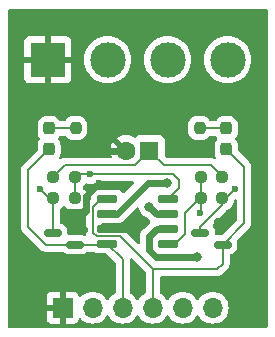
<source format=gtl>
G04 #@! TF.GenerationSoftware,KiCad,Pcbnew,7.0.10-7.0.10~ubuntu22.04.1*
G04 #@! TF.CreationDate,2024-01-16T23:48:01+08:00*
G04 #@! TF.ProjectId,EL_oscillator,454c5f6f-7363-4696-9c6c-61746f722e6b,rev?*
G04 #@! TF.SameCoordinates,Original*
G04 #@! TF.FileFunction,Copper,L1,Top*
G04 #@! TF.FilePolarity,Positive*
%FSLAX46Y46*%
G04 Gerber Fmt 4.6, Leading zero omitted, Abs format (unit mm)*
G04 Created by KiCad (PCBNEW 7.0.10-7.0.10~ubuntu22.04.1) date 2024-01-16 23:48:01*
%MOMM*%
%LPD*%
G01*
G04 APERTURE LIST*
G04 Aperture macros list*
%AMRoundRect*
0 Rectangle with rounded corners*
0 $1 Rounding radius*
0 $2 $3 $4 $5 $6 $7 $8 $9 X,Y pos of 4 corners*
0 Add a 4 corners polygon primitive as box body*
4,1,4,$2,$3,$4,$5,$6,$7,$8,$9,$2,$3,0*
0 Add four circle primitives for the rounded corners*
1,1,$1+$1,$2,$3*
1,1,$1+$1,$4,$5*
1,1,$1+$1,$6,$7*
1,1,$1+$1,$8,$9*
0 Add four rect primitives between the rounded corners*
20,1,$1+$1,$2,$3,$4,$5,0*
20,1,$1+$1,$4,$5,$6,$7,0*
20,1,$1+$1,$6,$7,$8,$9,0*
20,1,$1+$1,$8,$9,$2,$3,0*%
G04 Aperture macros list end*
G04 #@! TA.AperFunction,SMDPad,CuDef*
%ADD10RoundRect,0.237500X-0.250000X-0.237500X0.250000X-0.237500X0.250000X0.237500X-0.250000X0.237500X0*%
G04 #@! TD*
G04 #@! TA.AperFunction,SMDPad,CuDef*
%ADD11RoundRect,0.237500X-0.237500X0.287500X-0.237500X-0.287500X0.237500X-0.287500X0.237500X0.287500X0*%
G04 #@! TD*
G04 #@! TA.AperFunction,ComponentPad*
%ADD12R,1.700000X1.700000*%
G04 #@! TD*
G04 #@! TA.AperFunction,ComponentPad*
%ADD13O,1.700000X1.700000*%
G04 #@! TD*
G04 #@! TA.AperFunction,SMDPad,CuDef*
%ADD14RoundRect,0.150000X0.587500X0.150000X-0.587500X0.150000X-0.587500X-0.150000X0.587500X-0.150000X0*%
G04 #@! TD*
G04 #@! TA.AperFunction,ComponentPad*
%ADD15R,1.600000X1.600000*%
G04 #@! TD*
G04 #@! TA.AperFunction,ComponentPad*
%ADD16C,1.600000*%
G04 #@! TD*
G04 #@! TA.AperFunction,ComponentPad*
%ADD17R,3.000000X3.000000*%
G04 #@! TD*
G04 #@! TA.AperFunction,ComponentPad*
%ADD18C,3.000000*%
G04 #@! TD*
G04 #@! TA.AperFunction,SMDPad,CuDef*
%ADD19RoundRect,0.237500X-0.237500X0.250000X-0.237500X-0.250000X0.237500X-0.250000X0.237500X0.250000X0*%
G04 #@! TD*
G04 #@! TA.AperFunction,SMDPad,CuDef*
%ADD20RoundRect,0.237500X0.250000X0.237500X-0.250000X0.237500X-0.250000X-0.237500X0.250000X-0.237500X0*%
G04 #@! TD*
G04 #@! TA.AperFunction,SMDPad,CuDef*
%ADD21RoundRect,0.150000X-0.725000X-0.150000X0.725000X-0.150000X0.725000X0.150000X-0.725000X0.150000X0*%
G04 #@! TD*
G04 #@! TA.AperFunction,ViaPad*
%ADD22C,0.600000*%
G04 #@! TD*
G04 #@! TA.AperFunction,ViaPad*
%ADD23C,0.800000*%
G04 #@! TD*
G04 #@! TA.AperFunction,Conductor*
%ADD24C,0.200000*%
G04 #@! TD*
G04 #@! TA.AperFunction,Conductor*
%ADD25C,0.600000*%
G04 #@! TD*
G04 APERTURE END LIST*
D10*
X103837500Y-114250000D03*
X105662500Y-114250000D03*
D11*
X118500000Y-110125000D03*
X118500000Y-111875000D03*
D12*
X104650000Y-125300000D03*
D13*
X107190000Y-125300000D03*
X109730000Y-125300000D03*
X112270000Y-125300000D03*
X114810000Y-125300000D03*
X117350000Y-125300000D03*
D10*
X116337500Y-116000000D03*
X118162500Y-116000000D03*
D14*
X105687500Y-119950000D03*
X105687500Y-118050000D03*
X103812500Y-119000000D03*
D15*
X112000000Y-112000000D03*
D16*
X110000000Y-112000000D03*
D17*
X103380000Y-104300000D03*
D18*
X108460000Y-104300000D03*
X113540000Y-104300000D03*
X118620000Y-104300000D03*
D19*
X116250000Y-110087500D03*
X116250000Y-111912500D03*
D11*
X103500000Y-110125000D03*
X103500000Y-111875000D03*
D14*
X118187500Y-119950000D03*
X118187500Y-118050000D03*
X116312500Y-119000000D03*
D20*
X105662500Y-116000000D03*
X103837500Y-116000000D03*
D21*
X108425000Y-116095000D03*
X108425000Y-117365000D03*
X108425000Y-118635000D03*
X108425000Y-119905000D03*
X113575000Y-119905000D03*
X113575000Y-118635000D03*
X113575000Y-117365000D03*
X113575000Y-116095000D03*
D20*
X118162500Y-114250000D03*
X116337500Y-114250000D03*
D19*
X105750000Y-110087500D03*
X105750000Y-111912500D03*
D22*
X118750000Y-117250000D03*
D23*
X110500000Y-118500000D03*
D22*
X113500000Y-123500000D03*
X102000000Y-120250000D03*
X101500000Y-112000000D03*
X116000000Y-123500000D03*
D23*
X110250000Y-108500000D03*
D22*
X107750000Y-114750000D03*
X106500000Y-118750000D03*
X120000000Y-120500000D03*
X111250000Y-123500000D03*
D23*
X116750000Y-108500000D03*
D22*
X104750000Y-117250000D03*
X120250000Y-112000000D03*
D23*
X112000000Y-116750000D03*
X113500000Y-114750000D03*
X116000000Y-121000000D03*
D22*
X102750000Y-115250000D03*
X119250000Y-115250000D03*
X107000000Y-114000000D03*
X116250000Y-117250000D03*
D24*
X103500000Y-110125000D02*
X105712500Y-110125000D01*
X105712500Y-110125000D02*
X105750000Y-110087500D01*
X108380000Y-119950000D02*
X108425000Y-119905000D01*
X101750000Y-118500000D02*
X101750000Y-113625000D01*
X109730000Y-121210000D02*
X109730000Y-125300000D01*
X105687500Y-119950000D02*
X108380000Y-119950000D01*
X105687500Y-119950000D02*
X103200000Y-119950000D01*
X108425000Y-119905000D02*
X109730000Y-121210000D01*
X101750000Y-113625000D02*
X103500000Y-111875000D01*
X103200000Y-119950000D02*
X101750000Y-118500000D01*
X118500000Y-110125000D02*
X116287500Y-110125000D01*
X116287500Y-110125000D02*
X116250000Y-110087500D01*
X118187500Y-121562500D02*
X117730000Y-122020000D01*
X117730000Y-122020000D02*
X112270000Y-122020000D01*
X120000000Y-113375000D02*
X118500000Y-111875000D01*
X118187500Y-119950000D02*
X118187500Y-121562500D01*
X108425000Y-116095000D02*
X107905000Y-116095000D01*
X120000000Y-118137500D02*
X120000000Y-113375000D01*
X112270000Y-122020000D02*
X112270000Y-125300000D01*
X107524448Y-119250000D02*
X109500000Y-119250000D01*
X109500000Y-119250000D02*
X112270000Y-122020000D01*
X107250000Y-116750000D02*
X107250000Y-118975552D01*
X107250000Y-118975552D02*
X107524448Y-119250000D01*
X107905000Y-116095000D02*
X107250000Y-116750000D01*
X118187500Y-119950000D02*
X120000000Y-118137500D01*
D25*
X105687500Y-118050000D02*
X106650000Y-117087500D01*
X110000000Y-112000000D02*
X105837500Y-112000000D01*
X110365000Y-118635000D02*
X110500000Y-118500000D01*
X106650000Y-115850000D02*
X107750000Y-114750000D01*
X106650000Y-117087500D02*
X106650000Y-115850000D01*
X105837500Y-112000000D02*
X105750000Y-111912500D01*
X108425000Y-118635000D02*
X110365000Y-118635000D01*
D24*
X118162500Y-114162500D02*
X117250000Y-113250000D01*
X118162500Y-114250000D02*
X118162500Y-114162500D01*
X110750000Y-113250000D02*
X112000000Y-112000000D01*
D25*
X112000000Y-116750000D02*
X112615000Y-117365000D01*
D24*
X117250000Y-113250000D02*
X113250000Y-113250000D01*
X104837500Y-113250000D02*
X110750000Y-113250000D01*
X113250000Y-113250000D02*
X112000000Y-112000000D01*
D25*
X112615000Y-117365000D02*
X113575000Y-117365000D01*
D24*
X103837500Y-114250000D02*
X104837500Y-113250000D01*
D25*
X109236238Y-117365000D02*
X108425000Y-117365000D01*
X113500000Y-114750000D02*
X111851238Y-114750000D01*
X111851238Y-114750000D02*
X109236238Y-117365000D01*
X112000000Y-119250000D02*
X112615000Y-118635000D01*
X112000000Y-120411238D02*
X112000000Y-119250000D01*
X112588762Y-121000000D02*
X112000000Y-120411238D01*
X116000000Y-121000000D02*
X112588762Y-121000000D01*
X112615000Y-118635000D02*
X113575000Y-118635000D01*
D24*
X103812500Y-119000000D02*
X103812500Y-116025000D01*
X103812500Y-116025000D02*
X103837500Y-116000000D01*
X103837500Y-116000000D02*
X103500000Y-116000000D01*
X103500000Y-116000000D02*
X102750000Y-115250000D01*
X116312500Y-118437500D02*
X118162500Y-116587500D01*
X118500000Y-116000000D02*
X119250000Y-115250000D01*
X118162500Y-116000000D02*
X118500000Y-116000000D01*
X116312500Y-119000000D02*
X116312500Y-118437500D01*
X118162500Y-116587500D02*
X118162500Y-116000000D01*
X105912500Y-114000000D02*
X105662500Y-114250000D01*
X105662500Y-116000000D02*
X105662500Y-114250000D01*
X114500000Y-114500000D02*
X114500000Y-115170000D01*
X107000000Y-114000000D02*
X114000000Y-114000000D01*
X107000000Y-114000000D02*
X105912500Y-114000000D01*
X114500000Y-115170000D02*
X113575000Y-116095000D01*
X114000000Y-114000000D02*
X114500000Y-114500000D01*
X113575000Y-119905000D02*
X114187224Y-119905000D01*
X115000000Y-117250000D02*
X116250000Y-116000000D01*
X116337500Y-117162500D02*
X116250000Y-117250000D01*
X116250000Y-116000000D02*
X116337500Y-116000000D01*
X116337500Y-116000000D02*
X116337500Y-117162500D01*
X115000000Y-119092224D02*
X115000000Y-117250000D01*
X116337500Y-116000000D02*
X116337500Y-114250000D01*
X114187224Y-119905000D02*
X115000000Y-119092224D01*
G04 #@! TA.AperFunction,Conductor*
G36*
X110545483Y-121144718D02*
G01*
X111633181Y-122232416D01*
X111666666Y-122293739D01*
X111669500Y-122320097D01*
X111669500Y-124010908D01*
X111649815Y-124077947D01*
X111597914Y-124123286D01*
X111592173Y-124125963D01*
X111592169Y-124125965D01*
X111398597Y-124261505D01*
X111231505Y-124428597D01*
X111101575Y-124614158D01*
X111046998Y-124657783D01*
X110977500Y-124664977D01*
X110915145Y-124633454D01*
X110898425Y-124614158D01*
X110768494Y-124428597D01*
X110601402Y-124261506D01*
X110601395Y-124261501D01*
X110407831Y-124125965D01*
X110407826Y-124125962D01*
X110402091Y-124123288D01*
X110349653Y-124077113D01*
X110330500Y-124010908D01*
X110330500Y-121257487D01*
X110331560Y-121241306D01*
X110334863Y-121216213D01*
X110363127Y-121152321D01*
X110421450Y-121113847D01*
X110491314Y-121113013D01*
X110545483Y-121144718D01*
G37*
G04 #@! TD.AperFunction*
G04 #@! TA.AperFunction,Conductor*
G36*
X111031148Y-116804679D02*
G01*
X111087082Y-116846550D01*
X111111135Y-116907897D01*
X111114326Y-116938256D01*
X111114327Y-116938259D01*
X111172818Y-117118277D01*
X111172821Y-117118284D01*
X111267467Y-117282216D01*
X111394129Y-117422888D01*
X111547265Y-117534148D01*
X111547270Y-117534151D01*
X111715190Y-117608915D01*
X111752435Y-117634513D01*
X111985185Y-117867263D01*
X112030241Y-117912320D01*
X112063726Y-117973643D01*
X112058740Y-118043335D01*
X112030240Y-118087681D01*
X111497738Y-118620184D01*
X111370186Y-118747735D01*
X111370183Y-118747739D01*
X111349816Y-118780152D01*
X111341772Y-118791488D01*
X111317910Y-118821410D01*
X111301300Y-118855900D01*
X111294577Y-118868064D01*
X111274212Y-118900476D01*
X111274208Y-118900483D01*
X111261565Y-118936613D01*
X111256247Y-118949452D01*
X111239639Y-118983939D01*
X111231118Y-119021269D01*
X111227271Y-119034622D01*
X111214632Y-119070743D01*
X111210345Y-119108781D01*
X111208018Y-119122478D01*
X111199500Y-119159807D01*
X111199500Y-119800903D01*
X111179815Y-119867942D01*
X111127011Y-119913697D01*
X111057853Y-119923641D01*
X110994297Y-119894616D01*
X110987819Y-119888584D01*
X109958199Y-118858964D01*
X109947503Y-118846767D01*
X109928286Y-118821722D01*
X109928283Y-118821720D01*
X109928282Y-118821718D01*
X109802841Y-118725464D01*
X109656762Y-118664956D01*
X109656760Y-118664955D01*
X109539361Y-118649500D01*
X109500000Y-118644318D01*
X109468697Y-118648439D01*
X109452513Y-118649500D01*
X107974500Y-118649500D01*
X107907461Y-118629815D01*
X107861706Y-118577011D01*
X107850500Y-118525500D01*
X107850500Y-118289500D01*
X107870185Y-118222461D01*
X107922989Y-118176706D01*
X107974500Y-118165500D01*
X109326432Y-118165500D01*
X109363755Y-118156981D01*
X109377449Y-118154654D01*
X109415493Y-118150368D01*
X109451630Y-118137722D01*
X109464964Y-118133881D01*
X109502299Y-118125360D01*
X109536799Y-118108745D01*
X109549636Y-118103429D01*
X109585757Y-118090790D01*
X109585756Y-118090790D01*
X109585760Y-118090789D01*
X109618177Y-118070419D01*
X109630341Y-118063697D01*
X109664825Y-118047091D01*
X109694753Y-118023222D01*
X109706085Y-118015182D01*
X109738500Y-117994816D01*
X109866054Y-117867262D01*
X110900136Y-116833178D01*
X110961457Y-116799695D01*
X111031148Y-116804679D01*
G37*
G04 #@! TD.AperFunction*
G04 #@! TA.AperFunction,Conductor*
G36*
X104793334Y-116677870D02*
G01*
X104837681Y-116706371D01*
X104951650Y-116820340D01*
X105098484Y-116910908D01*
X105262247Y-116965174D01*
X105363323Y-116975500D01*
X105961676Y-116975499D01*
X105961684Y-116975498D01*
X105961687Y-116975498D01*
X106017030Y-116969844D01*
X106062753Y-116965174D01*
X106226516Y-116910908D01*
X106373350Y-116820340D01*
X106437819Y-116755871D01*
X106499142Y-116722386D01*
X106568834Y-116727370D01*
X106624767Y-116769242D01*
X106649184Y-116834706D01*
X106649500Y-116843552D01*
X106649500Y-118928064D01*
X106648439Y-118944249D01*
X106644318Y-118975550D01*
X106644318Y-118975552D01*
X106649500Y-119014912D01*
X106649500Y-119014914D01*
X106654354Y-119051787D01*
X106643588Y-119120822D01*
X106597207Y-119173078D01*
X106529938Y-119191962D01*
X106496820Y-119187047D01*
X106377573Y-119152402D01*
X106377567Y-119152401D01*
X106340701Y-119149500D01*
X106340694Y-119149500D01*
X105174500Y-119149500D01*
X105107461Y-119129815D01*
X105061706Y-119077011D01*
X105050500Y-119025500D01*
X105050500Y-118784313D01*
X105050499Y-118784298D01*
X105047598Y-118747432D01*
X105047597Y-118747426D01*
X105001745Y-118589606D01*
X105001744Y-118589603D01*
X105001744Y-118589602D01*
X104918081Y-118448135D01*
X104918079Y-118448133D01*
X104918076Y-118448129D01*
X104801870Y-118331923D01*
X104801862Y-118331917D01*
X104660396Y-118248255D01*
X104660395Y-118248254D01*
X104502404Y-118202353D01*
X104443519Y-118164746D01*
X104414313Y-118101274D01*
X104413000Y-118083277D01*
X104413000Y-116973030D01*
X104432685Y-116905991D01*
X104471904Y-116867491D01*
X104548350Y-116820340D01*
X104662319Y-116706371D01*
X104723642Y-116672886D01*
X104793334Y-116677870D01*
G37*
G04 #@! TD.AperFunction*
G04 #@! TA.AperFunction,Conductor*
G36*
X119318892Y-116132936D02*
G01*
X119374804Y-116174835D01*
X119399188Y-116240312D01*
X119399500Y-116249096D01*
X119399500Y-117837403D01*
X119379815Y-117904442D01*
X119363181Y-117925084D01*
X118175084Y-119113181D01*
X118113761Y-119146666D01*
X118087403Y-119149500D01*
X117674500Y-119149500D01*
X117607461Y-119129815D01*
X117561706Y-119077011D01*
X117550500Y-119025500D01*
X117550500Y-118784313D01*
X117550499Y-118784298D01*
X117547598Y-118747432D01*
X117547597Y-118747426D01*
X117501745Y-118589606D01*
X117501744Y-118589603D01*
X117501744Y-118589602D01*
X117418081Y-118448135D01*
X117418079Y-118448133D01*
X117418076Y-118448129D01*
X117372271Y-118402324D01*
X117338786Y-118341001D01*
X117343770Y-118271309D01*
X117372269Y-118226964D01*
X118553543Y-117045690D01*
X118565723Y-117035009D01*
X118590782Y-117015782D01*
X118629214Y-116965695D01*
X118685640Y-116924493D01*
X118688557Y-116923485D01*
X118726516Y-116910908D01*
X118873350Y-116820340D01*
X118995340Y-116698350D01*
X119085908Y-116551516D01*
X119140174Y-116387753D01*
X119150500Y-116286677D01*
X119150500Y-116250094D01*
X119170182Y-116183059D01*
X119186857Y-116162376D01*
X119187863Y-116161371D01*
X119249202Y-116127917D01*
X119318892Y-116132936D01*
G37*
G04 #@! TD.AperFunction*
G04 #@! TA.AperFunction,Conductor*
G36*
X110636337Y-114620185D02*
G01*
X110682092Y-114672989D01*
X110692036Y-114742147D01*
X110663011Y-114805703D01*
X110656979Y-114812181D01*
X109876976Y-115592182D01*
X109815653Y-115625667D01*
X109745961Y-115620683D01*
X109690028Y-115578811D01*
X109682563Y-115567623D01*
X109668081Y-115543135D01*
X109668078Y-115543132D01*
X109668076Y-115543129D01*
X109551870Y-115426923D01*
X109551862Y-115426917D01*
X109410396Y-115343255D01*
X109410393Y-115343254D01*
X109252573Y-115297402D01*
X109252567Y-115297401D01*
X109215701Y-115294500D01*
X109215694Y-115294500D01*
X107634306Y-115294500D01*
X107634298Y-115294500D01*
X107597432Y-115297401D01*
X107597426Y-115297402D01*
X107439606Y-115343254D01*
X107439603Y-115343255D01*
X107298137Y-115426917D01*
X107298129Y-115426923D01*
X107181923Y-115543129D01*
X107181917Y-115543137D01*
X107098255Y-115684603D01*
X107098254Y-115684606D01*
X107052402Y-115842426D01*
X107052401Y-115842432D01*
X107049500Y-115879298D01*
X107049500Y-116049902D01*
X107029815Y-116116941D01*
X107013181Y-116137583D01*
X106927025Y-116223739D01*
X106862180Y-116288584D01*
X106800857Y-116322068D01*
X106731165Y-116317084D01*
X106675232Y-116275212D01*
X106650815Y-116209748D01*
X106650499Y-116200925D01*
X106650499Y-115713324D01*
X106650162Y-115710028D01*
X106640174Y-115612247D01*
X106617270Y-115543129D01*
X106585908Y-115448484D01*
X106495340Y-115301650D01*
X106406371Y-115212681D01*
X106372886Y-115151358D01*
X106377870Y-115081666D01*
X106406371Y-115037319D01*
X106495340Y-114948350D01*
X106583431Y-114805530D01*
X106635376Y-114758808D01*
X106704339Y-114747585D01*
X106729920Y-114753587D01*
X106744841Y-114758808D01*
X106820740Y-114785367D01*
X106820750Y-114785369D01*
X106999996Y-114805565D01*
X107000000Y-114805565D01*
X107000004Y-114805565D01*
X107179249Y-114785369D01*
X107179252Y-114785368D01*
X107179255Y-114785368D01*
X107349522Y-114725789D01*
X107502262Y-114629816D01*
X107502267Y-114629810D01*
X107505097Y-114627555D01*
X107507275Y-114626665D01*
X107508158Y-114626111D01*
X107508255Y-114626265D01*
X107569783Y-114601145D01*
X107582412Y-114600500D01*
X110569298Y-114600500D01*
X110636337Y-114620185D01*
G37*
G04 #@! TD.AperFunction*
G04 #@! TA.AperFunction,Conductor*
G36*
X121942539Y-100020185D02*
G01*
X121988294Y-100072989D01*
X121999500Y-100124500D01*
X121999500Y-126875500D01*
X121979815Y-126942539D01*
X121927011Y-126988294D01*
X121875500Y-126999500D01*
X100124500Y-126999500D01*
X100057461Y-126979815D01*
X100011706Y-126927011D01*
X100000500Y-126875500D01*
X100000500Y-118500002D01*
X101144318Y-118500002D01*
X101163317Y-118644314D01*
X101163317Y-118644316D01*
X101164955Y-118656760D01*
X101217787Y-118784306D01*
X101225464Y-118802841D01*
X101300387Y-118900483D01*
X101321719Y-118928283D01*
X101346769Y-118947504D01*
X101358964Y-118958199D01*
X102741799Y-120341034D01*
X102752493Y-120353228D01*
X102757995Y-120360398D01*
X102771718Y-120378282D01*
X102825128Y-120419264D01*
X102825129Y-120419266D01*
X102880399Y-120461675D01*
X102897159Y-120474536D01*
X102897161Y-120474536D01*
X102897163Y-120474538D01*
X102963130Y-120501862D01*
X103043238Y-120535044D01*
X103121619Y-120545363D01*
X103199999Y-120555682D01*
X103200000Y-120555682D01*
X103231302Y-120551560D01*
X103247487Y-120550500D01*
X104579192Y-120550500D01*
X104646231Y-120570185D01*
X104666874Y-120586820D01*
X104698129Y-120618076D01*
X104698133Y-120618079D01*
X104698135Y-120618081D01*
X104839602Y-120701744D01*
X104852527Y-120705499D01*
X104997426Y-120747597D01*
X104997429Y-120747597D01*
X104997431Y-120747598D01*
X105034306Y-120750500D01*
X105034314Y-120750500D01*
X106340686Y-120750500D01*
X106340694Y-120750500D01*
X106377569Y-120747598D01*
X106377571Y-120747597D01*
X106377573Y-120747597D01*
X106454714Y-120725185D01*
X106535398Y-120701744D01*
X106676865Y-120618081D01*
X106708126Y-120586820D01*
X106769448Y-120553334D01*
X106795808Y-120550500D01*
X107226569Y-120550500D01*
X107291202Y-120569478D01*
X107291420Y-120569110D01*
X107292872Y-120569969D01*
X107293608Y-120570185D01*
X107295501Y-120571523D01*
X107298134Y-120573080D01*
X107298135Y-120573081D01*
X107439602Y-120656744D01*
X107481224Y-120668836D01*
X107597426Y-120702597D01*
X107597429Y-120702597D01*
X107597431Y-120702598D01*
X107634306Y-120705500D01*
X108324903Y-120705500D01*
X108391942Y-120725185D01*
X108412584Y-120741819D01*
X109093181Y-121422416D01*
X109126666Y-121483739D01*
X109129500Y-121510097D01*
X109129500Y-124010908D01*
X109109815Y-124077947D01*
X109057914Y-124123286D01*
X109052173Y-124125963D01*
X109052169Y-124125965D01*
X108858597Y-124261505D01*
X108691505Y-124428597D01*
X108561575Y-124614158D01*
X108506998Y-124657783D01*
X108437500Y-124664977D01*
X108375145Y-124633454D01*
X108358425Y-124614158D01*
X108228494Y-124428597D01*
X108061402Y-124261506D01*
X108061395Y-124261501D01*
X107867834Y-124125967D01*
X107867830Y-124125965D01*
X107764855Y-124077947D01*
X107653663Y-124026097D01*
X107653659Y-124026096D01*
X107653655Y-124026094D01*
X107425413Y-123964938D01*
X107425403Y-123964936D01*
X107190001Y-123944341D01*
X107189999Y-123944341D01*
X106954596Y-123964936D01*
X106954586Y-123964938D01*
X106726344Y-124026094D01*
X106726335Y-124026098D01*
X106512171Y-124125964D01*
X106512169Y-124125965D01*
X106318600Y-124261503D01*
X106196284Y-124383819D01*
X106134961Y-124417303D01*
X106065269Y-124412319D01*
X106009336Y-124370447D01*
X105992421Y-124339470D01*
X105943354Y-124207913D01*
X105943350Y-124207906D01*
X105857190Y-124092812D01*
X105857187Y-124092809D01*
X105742093Y-124006649D01*
X105742086Y-124006645D01*
X105607379Y-123956403D01*
X105607372Y-123956401D01*
X105547844Y-123950000D01*
X104900000Y-123950000D01*
X104900000Y-124864498D01*
X104792315Y-124815320D01*
X104685763Y-124800000D01*
X104614237Y-124800000D01*
X104507685Y-124815320D01*
X104400000Y-124864498D01*
X104400000Y-123950000D01*
X103752155Y-123950000D01*
X103692627Y-123956401D01*
X103692620Y-123956403D01*
X103557913Y-124006645D01*
X103557906Y-124006649D01*
X103442812Y-124092809D01*
X103442809Y-124092812D01*
X103356649Y-124207906D01*
X103356645Y-124207913D01*
X103306403Y-124342620D01*
X103306401Y-124342627D01*
X103300000Y-124402155D01*
X103300000Y-125050000D01*
X104216314Y-125050000D01*
X104190507Y-125090156D01*
X104150000Y-125228111D01*
X104150000Y-125371889D01*
X104190507Y-125509844D01*
X104216314Y-125550000D01*
X103300000Y-125550000D01*
X103300000Y-126197844D01*
X103306401Y-126257372D01*
X103306403Y-126257379D01*
X103356645Y-126392086D01*
X103356649Y-126392093D01*
X103442809Y-126507187D01*
X103442812Y-126507190D01*
X103557906Y-126593350D01*
X103557913Y-126593354D01*
X103692620Y-126643596D01*
X103692627Y-126643598D01*
X103752155Y-126649999D01*
X103752172Y-126650000D01*
X104400000Y-126650000D01*
X104400000Y-125735501D01*
X104507685Y-125784680D01*
X104614237Y-125800000D01*
X104685763Y-125800000D01*
X104792315Y-125784680D01*
X104900000Y-125735501D01*
X104900000Y-126650000D01*
X105547828Y-126650000D01*
X105547844Y-126649999D01*
X105607372Y-126643598D01*
X105607379Y-126643596D01*
X105742086Y-126593354D01*
X105742093Y-126593350D01*
X105857187Y-126507190D01*
X105857190Y-126507187D01*
X105943350Y-126392093D01*
X105943354Y-126392086D01*
X105992422Y-126260529D01*
X106034293Y-126204595D01*
X106099757Y-126180178D01*
X106168030Y-126195030D01*
X106196285Y-126216181D01*
X106318599Y-126338495D01*
X106395135Y-126392086D01*
X106512165Y-126474032D01*
X106512167Y-126474033D01*
X106512170Y-126474035D01*
X106726337Y-126573903D01*
X106954592Y-126635063D01*
X107125319Y-126650000D01*
X107189999Y-126655659D01*
X107190000Y-126655659D01*
X107190001Y-126655659D01*
X107254681Y-126650000D01*
X107425408Y-126635063D01*
X107653663Y-126573903D01*
X107867830Y-126474035D01*
X108061401Y-126338495D01*
X108228495Y-126171401D01*
X108358425Y-125985842D01*
X108413002Y-125942217D01*
X108482500Y-125935023D01*
X108544855Y-125966546D01*
X108561575Y-125985842D01*
X108691500Y-126171395D01*
X108691505Y-126171401D01*
X108858599Y-126338495D01*
X108935135Y-126392086D01*
X109052165Y-126474032D01*
X109052167Y-126474033D01*
X109052170Y-126474035D01*
X109266337Y-126573903D01*
X109494592Y-126635063D01*
X109665319Y-126650000D01*
X109729999Y-126655659D01*
X109730000Y-126655659D01*
X109730001Y-126655659D01*
X109794681Y-126650000D01*
X109965408Y-126635063D01*
X110193663Y-126573903D01*
X110407830Y-126474035D01*
X110601401Y-126338495D01*
X110768495Y-126171401D01*
X110898425Y-125985842D01*
X110953002Y-125942217D01*
X111022500Y-125935023D01*
X111084855Y-125966546D01*
X111101575Y-125985842D01*
X111231500Y-126171395D01*
X111231505Y-126171401D01*
X111398599Y-126338495D01*
X111475135Y-126392086D01*
X111592165Y-126474032D01*
X111592167Y-126474033D01*
X111592170Y-126474035D01*
X111806337Y-126573903D01*
X112034592Y-126635063D01*
X112205319Y-126650000D01*
X112269999Y-126655659D01*
X112270000Y-126655659D01*
X112270001Y-126655659D01*
X112334681Y-126650000D01*
X112505408Y-126635063D01*
X112733663Y-126573903D01*
X112947830Y-126474035D01*
X113141401Y-126338495D01*
X113308495Y-126171401D01*
X113438425Y-125985842D01*
X113493002Y-125942217D01*
X113562500Y-125935023D01*
X113624855Y-125966546D01*
X113641575Y-125985842D01*
X113771500Y-126171395D01*
X113771505Y-126171401D01*
X113938599Y-126338495D01*
X114015135Y-126392086D01*
X114132165Y-126474032D01*
X114132167Y-126474033D01*
X114132170Y-126474035D01*
X114346337Y-126573903D01*
X114574592Y-126635063D01*
X114745319Y-126650000D01*
X114809999Y-126655659D01*
X114810000Y-126655659D01*
X114810001Y-126655659D01*
X114874681Y-126650000D01*
X115045408Y-126635063D01*
X115273663Y-126573903D01*
X115487830Y-126474035D01*
X115681401Y-126338495D01*
X115848495Y-126171401D01*
X115978425Y-125985842D01*
X116033002Y-125942217D01*
X116102500Y-125935023D01*
X116164855Y-125966546D01*
X116181575Y-125985842D01*
X116311500Y-126171395D01*
X116311505Y-126171401D01*
X116478599Y-126338495D01*
X116555135Y-126392086D01*
X116672165Y-126474032D01*
X116672167Y-126474033D01*
X116672170Y-126474035D01*
X116886337Y-126573903D01*
X117114592Y-126635063D01*
X117285319Y-126650000D01*
X117349999Y-126655659D01*
X117350000Y-126655659D01*
X117350001Y-126655659D01*
X117414681Y-126650000D01*
X117585408Y-126635063D01*
X117813663Y-126573903D01*
X118027830Y-126474035D01*
X118221401Y-126338495D01*
X118388495Y-126171401D01*
X118524035Y-125977830D01*
X118623903Y-125763663D01*
X118685063Y-125535408D01*
X118705659Y-125300000D01*
X118685063Y-125064592D01*
X118623903Y-124836337D01*
X118524035Y-124622171D01*
X118518425Y-124614158D01*
X118388494Y-124428597D01*
X118221402Y-124261506D01*
X118221395Y-124261501D01*
X118027834Y-124125967D01*
X118027830Y-124125965D01*
X117924855Y-124077947D01*
X117813663Y-124026097D01*
X117813659Y-124026096D01*
X117813655Y-124026094D01*
X117585413Y-123964938D01*
X117585403Y-123964936D01*
X117350001Y-123944341D01*
X117349999Y-123944341D01*
X117114596Y-123964936D01*
X117114586Y-123964938D01*
X116886344Y-124026094D01*
X116886335Y-124026098D01*
X116672171Y-124125964D01*
X116672169Y-124125965D01*
X116478597Y-124261505D01*
X116311505Y-124428597D01*
X116181575Y-124614158D01*
X116126998Y-124657783D01*
X116057500Y-124664977D01*
X115995145Y-124633454D01*
X115978425Y-124614158D01*
X115848494Y-124428597D01*
X115681402Y-124261506D01*
X115681395Y-124261501D01*
X115487834Y-124125967D01*
X115487830Y-124125965D01*
X115384855Y-124077947D01*
X115273663Y-124026097D01*
X115273659Y-124026096D01*
X115273655Y-124026094D01*
X115045413Y-123964938D01*
X115045403Y-123964936D01*
X114810001Y-123944341D01*
X114809999Y-123944341D01*
X114574596Y-123964936D01*
X114574586Y-123964938D01*
X114346344Y-124026094D01*
X114346335Y-124026098D01*
X114132171Y-124125964D01*
X114132169Y-124125965D01*
X113938597Y-124261505D01*
X113771505Y-124428597D01*
X113641575Y-124614158D01*
X113586998Y-124657783D01*
X113517500Y-124664977D01*
X113455145Y-124633454D01*
X113438425Y-124614158D01*
X113308494Y-124428597D01*
X113141402Y-124261506D01*
X113141395Y-124261501D01*
X112947831Y-124125965D01*
X112947826Y-124125962D01*
X112942091Y-124123288D01*
X112889653Y-124077113D01*
X112870500Y-124010908D01*
X112870500Y-122744500D01*
X112890185Y-122677461D01*
X112942989Y-122631706D01*
X112994500Y-122620500D01*
X117682513Y-122620500D01*
X117698697Y-122621560D01*
X117730000Y-122625682D01*
X117730001Y-122625682D01*
X117782254Y-122618802D01*
X117886762Y-122605044D01*
X118032841Y-122544536D01*
X118158282Y-122448282D01*
X118177509Y-122423223D01*
X118188190Y-122411043D01*
X118578543Y-122020690D01*
X118590723Y-122010009D01*
X118615782Y-121990782D01*
X118712036Y-121865341D01*
X118772544Y-121719262D01*
X118788000Y-121601861D01*
X118793182Y-121562500D01*
X118789061Y-121531197D01*
X118788000Y-121515012D01*
X118788000Y-120866722D01*
X118807685Y-120799683D01*
X118860489Y-120753928D01*
X118877405Y-120747646D01*
X118954714Y-120725185D01*
X119035398Y-120701744D01*
X119176865Y-120618081D01*
X119293081Y-120501865D01*
X119376744Y-120360398D01*
X119422598Y-120202569D01*
X119425500Y-120165694D01*
X119425500Y-119734306D01*
X119422598Y-119697431D01*
X119413049Y-119664563D01*
X119413247Y-119594698D01*
X119444442Y-119542291D01*
X120391043Y-118595690D01*
X120403223Y-118585009D01*
X120428282Y-118565782D01*
X120524536Y-118440341D01*
X120585044Y-118294262D01*
X120593996Y-118226261D01*
X120596609Y-118206415D01*
X120596609Y-118206414D01*
X120605682Y-118137500D01*
X120605682Y-118137498D01*
X120601561Y-118106197D01*
X120600500Y-118090012D01*
X120600500Y-113422487D01*
X120601561Y-113406301D01*
X120602262Y-113400978D01*
X120605682Y-113375000D01*
X120601738Y-113345045D01*
X120589859Y-113254815D01*
X120585044Y-113218238D01*
X120524536Y-113072159D01*
X120452450Y-112978215D01*
X120433532Y-112953560D01*
X120428281Y-112946716D01*
X120403229Y-112927494D01*
X120391034Y-112916799D01*
X119511818Y-112037583D01*
X119478333Y-111976260D01*
X119475499Y-111949902D01*
X119475499Y-111538330D01*
X119475498Y-111538313D01*
X119465174Y-111437247D01*
X119410908Y-111273484D01*
X119320340Y-111126650D01*
X119281371Y-111087681D01*
X119247886Y-111026358D01*
X119252870Y-110956666D01*
X119281371Y-110912319D01*
X119300272Y-110893418D01*
X119320340Y-110873350D01*
X119410908Y-110726516D01*
X119465174Y-110562753D01*
X119475500Y-110461677D01*
X119475499Y-109788324D01*
X119465174Y-109687247D01*
X119410908Y-109523484D01*
X119320340Y-109376650D01*
X119198350Y-109254660D01*
X119051516Y-109164092D01*
X118887753Y-109109826D01*
X118887751Y-109109825D01*
X118786678Y-109099500D01*
X118213330Y-109099500D01*
X118213312Y-109099501D01*
X118112247Y-109109825D01*
X117948484Y-109164092D01*
X117948481Y-109164093D01*
X117801648Y-109254661D01*
X117679659Y-109376650D01*
X117624798Y-109465596D01*
X117572850Y-109512321D01*
X117519259Y-109524500D01*
X117230741Y-109524500D01*
X117163702Y-109504815D01*
X117125202Y-109465596D01*
X117070340Y-109376650D01*
X116948351Y-109254661D01*
X116948350Y-109254660D01*
X116801516Y-109164092D01*
X116637753Y-109109826D01*
X116637751Y-109109825D01*
X116536678Y-109099500D01*
X115963330Y-109099500D01*
X115963312Y-109099501D01*
X115862247Y-109109825D01*
X115698484Y-109164092D01*
X115698481Y-109164093D01*
X115551648Y-109254661D01*
X115429661Y-109376648D01*
X115339093Y-109523481D01*
X115339092Y-109523484D01*
X115284826Y-109687247D01*
X115284826Y-109687248D01*
X115284825Y-109687248D01*
X115274500Y-109788315D01*
X115274500Y-110386669D01*
X115274501Y-110386687D01*
X115284825Y-110487752D01*
X115321109Y-110597249D01*
X115339092Y-110651516D01*
X115429660Y-110798350D01*
X115551650Y-110920340D01*
X115698484Y-111010908D01*
X115862247Y-111065174D01*
X115963323Y-111075500D01*
X116536676Y-111075499D01*
X116536684Y-111075498D01*
X116536687Y-111075498D01*
X116592030Y-111069844D01*
X116637753Y-111065174D01*
X116801516Y-111010908D01*
X116948350Y-110920340D01*
X117070340Y-110798350D01*
X117078942Y-110784404D01*
X117130890Y-110737679D01*
X117184481Y-110725500D01*
X117519259Y-110725500D01*
X117586298Y-110745185D01*
X117624797Y-110784402D01*
X117633400Y-110798350D01*
X117679659Y-110873349D01*
X117718629Y-110912319D01*
X117752114Y-110973642D01*
X117747130Y-111043334D01*
X117718629Y-111087681D01*
X117679661Y-111126648D01*
X117589093Y-111273481D01*
X117589091Y-111273486D01*
X117564561Y-111347512D01*
X117534826Y-111437247D01*
X117534826Y-111437248D01*
X117534825Y-111437248D01*
X117524500Y-111538315D01*
X117524500Y-112211669D01*
X117524501Y-112211687D01*
X117534825Y-112312752D01*
X117589092Y-112476515D01*
X117589096Y-112476524D01*
X117606435Y-112504634D01*
X117624876Y-112572026D01*
X117603954Y-112638690D01*
X117550312Y-112683459D01*
X117480981Y-112692121D01*
X117453446Y-112684293D01*
X117406762Y-112664956D01*
X117406759Y-112664955D01*
X117406760Y-112664955D01*
X117289361Y-112649500D01*
X117250000Y-112644318D01*
X117218697Y-112648439D01*
X117202513Y-112649500D01*
X113550097Y-112649500D01*
X113483058Y-112629815D01*
X113462416Y-112613181D01*
X113336818Y-112487583D01*
X113303333Y-112426260D01*
X113300499Y-112399902D01*
X113300499Y-111152129D01*
X113300498Y-111152123D01*
X113294091Y-111092516D01*
X113243797Y-110957671D01*
X113243793Y-110957664D01*
X113157547Y-110842455D01*
X113157544Y-110842452D01*
X113042335Y-110756206D01*
X113042328Y-110756202D01*
X112907482Y-110705908D01*
X112907483Y-110705908D01*
X112847883Y-110699501D01*
X112847881Y-110699500D01*
X112847873Y-110699500D01*
X112847864Y-110699500D01*
X111152129Y-110699500D01*
X111152123Y-110699501D01*
X111092516Y-110705908D01*
X110957671Y-110756202D01*
X110957664Y-110756206D01*
X110842457Y-110842451D01*
X110842452Y-110842456D01*
X110835645Y-110851549D01*
X110779710Y-110893418D01*
X110710018Y-110898400D01*
X110665260Y-110878812D01*
X110652485Y-110869868D01*
X110652481Y-110869865D01*
X110446326Y-110773734D01*
X110446317Y-110773730D01*
X110226610Y-110714860D01*
X110226599Y-110714858D01*
X110000002Y-110695034D01*
X109999998Y-110695034D01*
X109773400Y-110714858D01*
X109773389Y-110714860D01*
X109553682Y-110773730D01*
X109553673Y-110773734D01*
X109347516Y-110869866D01*
X109347512Y-110869868D01*
X109274526Y-110920973D01*
X109274526Y-110920974D01*
X109955598Y-111602046D01*
X109874852Y-111614835D01*
X109761955Y-111672359D01*
X109672359Y-111761955D01*
X109614835Y-111874852D01*
X109602046Y-111955598D01*
X108920974Y-111274526D01*
X108920973Y-111274526D01*
X108869868Y-111347512D01*
X108869866Y-111347516D01*
X108773734Y-111553673D01*
X108773730Y-111553682D01*
X108714860Y-111773389D01*
X108714858Y-111773400D01*
X108695034Y-111999997D01*
X108695034Y-112000002D01*
X108714858Y-112226599D01*
X108714860Y-112226610D01*
X108773730Y-112446317D01*
X108773735Y-112446331D01*
X108786216Y-112473096D01*
X108796708Y-112542174D01*
X108768188Y-112605957D01*
X108709711Y-112644196D01*
X108673834Y-112649500D01*
X104884994Y-112649500D01*
X104868808Y-112648439D01*
X104837501Y-112644317D01*
X104837499Y-112644317D01*
X104680738Y-112664955D01*
X104534654Y-112725465D01*
X104529409Y-112728494D01*
X104461508Y-112744962D01*
X104395483Y-112722106D01*
X104352296Y-112667182D01*
X104345658Y-112597628D01*
X104361878Y-112556006D01*
X104410903Y-112476524D01*
X104410902Y-112476524D01*
X104410908Y-112476516D01*
X104465174Y-112312753D01*
X104475500Y-112211677D01*
X104475499Y-111538324D01*
X104465174Y-111437247D01*
X104410908Y-111273484D01*
X104320340Y-111126650D01*
X104281371Y-111087681D01*
X104247886Y-111026358D01*
X104252870Y-110956666D01*
X104281371Y-110912319D01*
X104300272Y-110893418D01*
X104320340Y-110873350D01*
X104375202Y-110784403D01*
X104427150Y-110737679D01*
X104480741Y-110725500D01*
X104815519Y-110725500D01*
X104882558Y-110745185D01*
X104921058Y-110784404D01*
X104929660Y-110798350D01*
X105051650Y-110920340D01*
X105198484Y-111010908D01*
X105362247Y-111065174D01*
X105463323Y-111075500D01*
X106036676Y-111075499D01*
X106036684Y-111075498D01*
X106036687Y-111075498D01*
X106092030Y-111069844D01*
X106137753Y-111065174D01*
X106301516Y-111010908D01*
X106448350Y-110920340D01*
X106570340Y-110798350D01*
X106660908Y-110651516D01*
X106715174Y-110487753D01*
X106725500Y-110386677D01*
X106725499Y-109788324D01*
X106715174Y-109687247D01*
X106660908Y-109523484D01*
X106570340Y-109376650D01*
X106448350Y-109254660D01*
X106301516Y-109164092D01*
X106137753Y-109109826D01*
X106137751Y-109109825D01*
X106036678Y-109099500D01*
X105463330Y-109099500D01*
X105463312Y-109099501D01*
X105362247Y-109109825D01*
X105198484Y-109164092D01*
X105198481Y-109164093D01*
X105051648Y-109254661D01*
X104929659Y-109376650D01*
X104874798Y-109465596D01*
X104822850Y-109512321D01*
X104769259Y-109524500D01*
X104480741Y-109524500D01*
X104413702Y-109504815D01*
X104375202Y-109465596D01*
X104320340Y-109376650D01*
X104198351Y-109254661D01*
X104198350Y-109254660D01*
X104051516Y-109164092D01*
X103887753Y-109109826D01*
X103887751Y-109109825D01*
X103786678Y-109099500D01*
X103213330Y-109099500D01*
X103213312Y-109099501D01*
X103112247Y-109109825D01*
X102948484Y-109164092D01*
X102948481Y-109164093D01*
X102801648Y-109254661D01*
X102679661Y-109376648D01*
X102589093Y-109523481D01*
X102589092Y-109523484D01*
X102534826Y-109687247D01*
X102534826Y-109687248D01*
X102534825Y-109687248D01*
X102524500Y-109788315D01*
X102524500Y-110461669D01*
X102524501Y-110461687D01*
X102534825Y-110562752D01*
X102564238Y-110651513D01*
X102589092Y-110726516D01*
X102679659Y-110873349D01*
X102679661Y-110873351D01*
X102718629Y-110912319D01*
X102752114Y-110973642D01*
X102747130Y-111043334D01*
X102718629Y-111087681D01*
X102679661Y-111126648D01*
X102589093Y-111273481D01*
X102589091Y-111273486D01*
X102564561Y-111347512D01*
X102534826Y-111437247D01*
X102534826Y-111437248D01*
X102534825Y-111437248D01*
X102524500Y-111538315D01*
X102524500Y-111949902D01*
X102504815Y-112016941D01*
X102488181Y-112037583D01*
X101358965Y-113166798D01*
X101346775Y-113177489D01*
X101321716Y-113196718D01*
X101225464Y-113322157D01*
X101164956Y-113468237D01*
X101164955Y-113468239D01*
X101144318Y-113624998D01*
X101144318Y-113624999D01*
X101148439Y-113656301D01*
X101149500Y-113672487D01*
X101149500Y-118452512D01*
X101148439Y-118468697D01*
X101144318Y-118499998D01*
X101144318Y-118500002D01*
X100000500Y-118500002D01*
X100000500Y-105847844D01*
X101380000Y-105847844D01*
X101386401Y-105907372D01*
X101386403Y-105907379D01*
X101436645Y-106042086D01*
X101436649Y-106042093D01*
X101522809Y-106157187D01*
X101522812Y-106157190D01*
X101637906Y-106243350D01*
X101637913Y-106243354D01*
X101772620Y-106293596D01*
X101772627Y-106293598D01*
X101832155Y-106299999D01*
X101832172Y-106300000D01*
X103130000Y-106300000D01*
X103130000Y-105021802D01*
X103291169Y-105060000D01*
X103424267Y-105060000D01*
X103556461Y-105044549D01*
X103630000Y-105017782D01*
X103630000Y-106300000D01*
X104927828Y-106300000D01*
X104927844Y-106299999D01*
X104987372Y-106293598D01*
X104987379Y-106293596D01*
X105122086Y-106243354D01*
X105122093Y-106243350D01*
X105237187Y-106157190D01*
X105237190Y-106157187D01*
X105323350Y-106042093D01*
X105323354Y-106042086D01*
X105373596Y-105907379D01*
X105373598Y-105907372D01*
X105379999Y-105847844D01*
X105380000Y-105847827D01*
X105380000Y-104550000D01*
X104098483Y-104550000D01*
X104133549Y-104432871D01*
X104141288Y-104300001D01*
X106454390Y-104300001D01*
X106474804Y-104585433D01*
X106535628Y-104865037D01*
X106535630Y-104865043D01*
X106535631Y-104865046D01*
X106608345Y-105060000D01*
X106635635Y-105133166D01*
X106772770Y-105384309D01*
X106772775Y-105384317D01*
X106944254Y-105613387D01*
X106944270Y-105613405D01*
X107146594Y-105815729D01*
X107146612Y-105815745D01*
X107375682Y-105987224D01*
X107375690Y-105987229D01*
X107626833Y-106124364D01*
X107626832Y-106124364D01*
X107626836Y-106124365D01*
X107626839Y-106124367D01*
X107894954Y-106224369D01*
X107894960Y-106224370D01*
X107894962Y-106224371D01*
X108174566Y-106285195D01*
X108174568Y-106285195D01*
X108174572Y-106285196D01*
X108428220Y-106303337D01*
X108459999Y-106305610D01*
X108460000Y-106305610D01*
X108460001Y-106305610D01*
X108488595Y-106303564D01*
X108745428Y-106285196D01*
X109025046Y-106224369D01*
X109293161Y-106124367D01*
X109544315Y-105987226D01*
X109773395Y-105815739D01*
X109975739Y-105613395D01*
X110147226Y-105384315D01*
X110284367Y-105133161D01*
X110384369Y-104865046D01*
X110445196Y-104585428D01*
X110465610Y-104300001D01*
X111534390Y-104300001D01*
X111554804Y-104585433D01*
X111615628Y-104865037D01*
X111615630Y-104865043D01*
X111615631Y-104865046D01*
X111688345Y-105060000D01*
X111715635Y-105133166D01*
X111852770Y-105384309D01*
X111852775Y-105384317D01*
X112024254Y-105613387D01*
X112024270Y-105613405D01*
X112226594Y-105815729D01*
X112226612Y-105815745D01*
X112455682Y-105987224D01*
X112455690Y-105987229D01*
X112706833Y-106124364D01*
X112706832Y-106124364D01*
X112706836Y-106124365D01*
X112706839Y-106124367D01*
X112974954Y-106224369D01*
X112974960Y-106224370D01*
X112974962Y-106224371D01*
X113254566Y-106285195D01*
X113254568Y-106285195D01*
X113254572Y-106285196D01*
X113508220Y-106303337D01*
X113539999Y-106305610D01*
X113540000Y-106305610D01*
X113540001Y-106305610D01*
X113568595Y-106303564D01*
X113825428Y-106285196D01*
X114105046Y-106224369D01*
X114373161Y-106124367D01*
X114624315Y-105987226D01*
X114853395Y-105815739D01*
X115055739Y-105613395D01*
X115227226Y-105384315D01*
X115364367Y-105133161D01*
X115464369Y-104865046D01*
X115525196Y-104585428D01*
X115545610Y-104300001D01*
X116614390Y-104300001D01*
X116634804Y-104585433D01*
X116695628Y-104865037D01*
X116695630Y-104865043D01*
X116695631Y-104865046D01*
X116768345Y-105060000D01*
X116795635Y-105133166D01*
X116932770Y-105384309D01*
X116932775Y-105384317D01*
X117104254Y-105613387D01*
X117104270Y-105613405D01*
X117306594Y-105815729D01*
X117306612Y-105815745D01*
X117535682Y-105987224D01*
X117535690Y-105987229D01*
X117786833Y-106124364D01*
X117786832Y-106124364D01*
X117786836Y-106124365D01*
X117786839Y-106124367D01*
X118054954Y-106224369D01*
X118054960Y-106224370D01*
X118054962Y-106224371D01*
X118334566Y-106285195D01*
X118334568Y-106285195D01*
X118334572Y-106285196D01*
X118588220Y-106303337D01*
X118619999Y-106305610D01*
X118620000Y-106305610D01*
X118620001Y-106305610D01*
X118648595Y-106303564D01*
X118905428Y-106285196D01*
X119185046Y-106224369D01*
X119453161Y-106124367D01*
X119704315Y-105987226D01*
X119933395Y-105815739D01*
X120135739Y-105613395D01*
X120307226Y-105384315D01*
X120444367Y-105133161D01*
X120544369Y-104865046D01*
X120605196Y-104585428D01*
X120625610Y-104300000D01*
X120605196Y-104014572D01*
X120601358Y-103996930D01*
X120544371Y-103734962D01*
X120544370Y-103734960D01*
X120544369Y-103734954D01*
X120444367Y-103466839D01*
X120307226Y-103215685D01*
X120307224Y-103215682D01*
X120135745Y-102986612D01*
X120135729Y-102986594D01*
X119933405Y-102784270D01*
X119933387Y-102784254D01*
X119704317Y-102612775D01*
X119704309Y-102612770D01*
X119453166Y-102475635D01*
X119453167Y-102475635D01*
X119345915Y-102435632D01*
X119185046Y-102375631D01*
X119185043Y-102375630D01*
X119185037Y-102375628D01*
X118905433Y-102314804D01*
X118620001Y-102294390D01*
X118619999Y-102294390D01*
X118334566Y-102314804D01*
X118054962Y-102375628D01*
X117786833Y-102475635D01*
X117535690Y-102612770D01*
X117535682Y-102612775D01*
X117306612Y-102784254D01*
X117306594Y-102784270D01*
X117104270Y-102986594D01*
X117104254Y-102986612D01*
X116932775Y-103215682D01*
X116932770Y-103215690D01*
X116795635Y-103466833D01*
X116695628Y-103734962D01*
X116634804Y-104014566D01*
X116614390Y-104299998D01*
X116614390Y-104300001D01*
X115545610Y-104300001D01*
X115545610Y-104300000D01*
X115525196Y-104014572D01*
X115521358Y-103996930D01*
X115464371Y-103734962D01*
X115464370Y-103734960D01*
X115464369Y-103734954D01*
X115364367Y-103466839D01*
X115227226Y-103215685D01*
X115227224Y-103215682D01*
X115055745Y-102986612D01*
X115055729Y-102986594D01*
X114853405Y-102784270D01*
X114853387Y-102784254D01*
X114624317Y-102612775D01*
X114624309Y-102612770D01*
X114373166Y-102475635D01*
X114373167Y-102475635D01*
X114265915Y-102435632D01*
X114105046Y-102375631D01*
X114105043Y-102375630D01*
X114105037Y-102375628D01*
X113825433Y-102314804D01*
X113540001Y-102294390D01*
X113539999Y-102294390D01*
X113254566Y-102314804D01*
X112974962Y-102375628D01*
X112706833Y-102475635D01*
X112455690Y-102612770D01*
X112455682Y-102612775D01*
X112226612Y-102784254D01*
X112226594Y-102784270D01*
X112024270Y-102986594D01*
X112024254Y-102986612D01*
X111852775Y-103215682D01*
X111852770Y-103215690D01*
X111715635Y-103466833D01*
X111615628Y-103734962D01*
X111554804Y-104014566D01*
X111534390Y-104299998D01*
X111534390Y-104300001D01*
X110465610Y-104300001D01*
X110465610Y-104300000D01*
X110445196Y-104014572D01*
X110441358Y-103996930D01*
X110384371Y-103734962D01*
X110384370Y-103734960D01*
X110384369Y-103734954D01*
X110284367Y-103466839D01*
X110147226Y-103215685D01*
X110147224Y-103215682D01*
X109975745Y-102986612D01*
X109975729Y-102986594D01*
X109773405Y-102784270D01*
X109773387Y-102784254D01*
X109544317Y-102612775D01*
X109544309Y-102612770D01*
X109293166Y-102475635D01*
X109293167Y-102475635D01*
X109185915Y-102435632D01*
X109025046Y-102375631D01*
X109025043Y-102375630D01*
X109025037Y-102375628D01*
X108745433Y-102314804D01*
X108460001Y-102294390D01*
X108459999Y-102294390D01*
X108174566Y-102314804D01*
X107894962Y-102375628D01*
X107626833Y-102475635D01*
X107375690Y-102612770D01*
X107375682Y-102612775D01*
X107146612Y-102784254D01*
X107146594Y-102784270D01*
X106944270Y-102986594D01*
X106944254Y-102986612D01*
X106772775Y-103215682D01*
X106772770Y-103215690D01*
X106635635Y-103466833D01*
X106535628Y-103734962D01*
X106474804Y-104014566D01*
X106454390Y-104299998D01*
X106454390Y-104300001D01*
X104141288Y-104300001D01*
X104143879Y-104255509D01*
X104113029Y-104080546D01*
X104099853Y-104050000D01*
X105380000Y-104050000D01*
X105380000Y-102752172D01*
X105379999Y-102752155D01*
X105373598Y-102692627D01*
X105373596Y-102692620D01*
X105323354Y-102557913D01*
X105323350Y-102557906D01*
X105237190Y-102442812D01*
X105237187Y-102442809D01*
X105122093Y-102356649D01*
X105122086Y-102356645D01*
X104987379Y-102306403D01*
X104987372Y-102306401D01*
X104927844Y-102300000D01*
X103630000Y-102300000D01*
X103630000Y-103578197D01*
X103468831Y-103540000D01*
X103335733Y-103540000D01*
X103203539Y-103555451D01*
X103130000Y-103582217D01*
X103130000Y-102300000D01*
X101832155Y-102300000D01*
X101772627Y-102306401D01*
X101772620Y-102306403D01*
X101637913Y-102356645D01*
X101637906Y-102356649D01*
X101522812Y-102442809D01*
X101522809Y-102442812D01*
X101436649Y-102557906D01*
X101436645Y-102557913D01*
X101386403Y-102692620D01*
X101386401Y-102692627D01*
X101380000Y-102752155D01*
X101380000Y-104050000D01*
X102661517Y-104050000D01*
X102626451Y-104167129D01*
X102616121Y-104344491D01*
X102646971Y-104519454D01*
X102660147Y-104550000D01*
X101380000Y-104550000D01*
X101380000Y-105847844D01*
X100000500Y-105847844D01*
X100000500Y-100124500D01*
X100020185Y-100057461D01*
X100072989Y-100011706D01*
X100124500Y-100000500D01*
X121875500Y-100000500D01*
X121942539Y-100020185D01*
G37*
G04 #@! TD.AperFunction*
M02*

</source>
